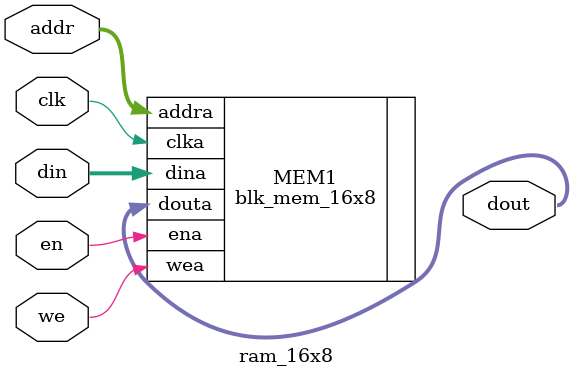
<source format=v>
`timescale 1ns / 1ps


module ram_16x8(
    input clk,
    input en, we,
    input [3:0] addr,
    input [7:0] din,
    output [7:0] dout
    );
    
//    dist_mem_16x8 MEM0(
//        .clk(clk),
//        .a(addr),
//        .d(din),
//        .we(we),
//        .spo(dout)
//    );
    
    blk_mem_16x8 MEM1(
        .clka(clk),
        .addra(addr),
        .dina(din),
        .douta(dout),
        .ena(en),
        .wea(we)
    );
endmodule

</source>
